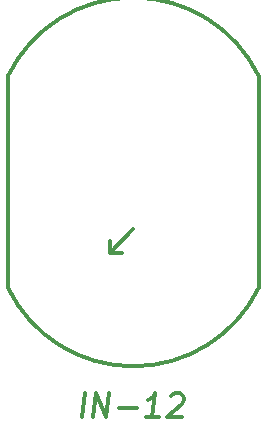
<source format=gbr>
%TF.GenerationSoftware,KiCad,Pcbnew,(6.0.1-0)*%
%TF.CreationDate,2022-02-14T16:52:25-05:00*%
%TF.ProjectId,nixie_daughter,6e697869-655f-4646-9175-67687465722e,rev?*%
%TF.SameCoordinates,Original*%
%TF.FileFunction,Legend,Top*%
%TF.FilePolarity,Positive*%
%FSLAX46Y46*%
G04 Gerber Fmt 4.6, Leading zero omitted, Abs format (unit mm)*
G04 Created by KiCad (PCBNEW (6.0.1-0)) date 2022-02-14 16:52:25*
%MOMM*%
%LPD*%
G01*
G04 APERTURE LIST*
%ADD10C,0.300000*%
G04 APERTURE END LIST*
D10*
%TO.C,IN-12*%
X118620186Y-133904749D02*
X118870186Y-131904749D01*
X119572567Y-133904749D02*
X119822567Y-131904749D01*
X120715424Y-133904749D01*
X120965424Y-131904749D01*
X121763043Y-133142845D02*
X123286853Y-133142845D01*
X125191615Y-133904749D02*
X124048758Y-133904749D01*
X124620186Y-133904749D02*
X124870186Y-131904749D01*
X124643996Y-132190464D01*
X124429710Y-132380940D01*
X124227329Y-132476178D01*
X126179710Y-132095226D02*
X126286853Y-131999988D01*
X126489234Y-131904749D01*
X126965424Y-131904749D01*
X127143996Y-131999988D01*
X127227329Y-132095226D01*
X127298758Y-132285702D01*
X127274948Y-132476178D01*
X127143996Y-132761892D01*
X125858281Y-133904749D01*
X127096377Y-133904749D01*
X121000000Y-120000000D02*
X121000000Y-119000000D01*
X123000000Y-118000000D02*
X121000000Y-120000000D01*
X112400000Y-123000000D02*
X112400000Y-105000000D01*
X121000000Y-120000000D02*
X122000000Y-120000000D01*
X133600000Y-123000000D02*
X133600000Y-105000000D01*
X133600000Y-105000000D02*
G75*
G03*
X112400000Y-105000000I-10600000J-5192886D01*
G01*
X112400000Y-123000000D02*
G75*
G03*
X133600000Y-123000000I10600000J5192886D01*
G01*
%TD*%
M02*

</source>
